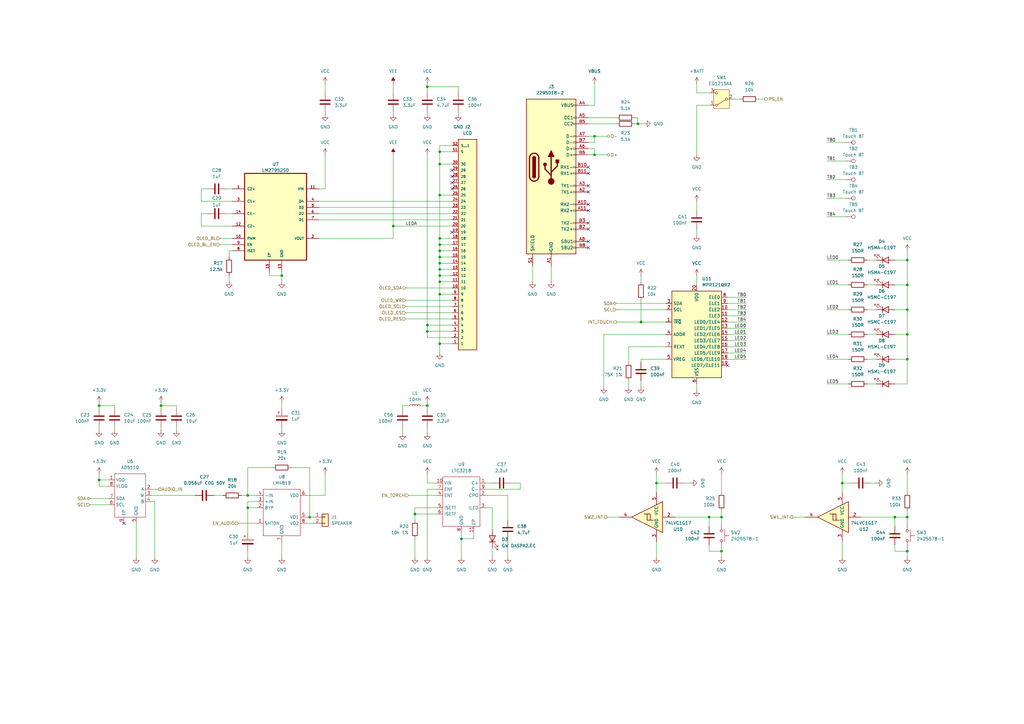
<source format=kicad_sch>
(kicad_sch (version 20231120) (generator "eeschema") (generator_version "8.0")
  (paper "A3")
  (title_block (title "CircuIT Card") (date "2024-05-21") (rev "01") (company "TuX's Design"))
  (junction (at 180.34 105.41))
  (junction (at 243.84 63.5))
  (junction (at 180.34 97.79))
  (junction (at 180.34 113.03))
  (junction (at 101.6 208.28))
  (junction (at 180.34 120.65))
  (junction (at 180.34 67.31))
  (junction (at 180.34 140.97))
  (junction (at 40.64 166.37))
  (junction (at 180.34 115.57))
  (junction (at 295.91 226.06))
  (junction (at 372.11 137.16))
  (junction (at 262.89 132.08))
  (junction (at 180.34 102.87))
  (junction (at 261.62 50.8))
  (junction (at 115.57 113.03))
  (junction (at 269.24 198.12))
  (junction (at 161.29 92.71))
  (junction (at 101.6 203.2))
  (junction (at 345.44 198.12))
  (junction (at 243.84 55.88))
  (junction (at 295.91 212.09))
  (junction (at 189.23 220.98))
  (junction (at 175.26 35.56))
  (junction (at 175.26 166.37))
  (junction (at 40.64 196.85))
  (junction (at 180.34 110.49))
  (junction (at 372.11 226.06))
  (junction (at 372.11 147.32))
  (junction (at 180.34 107.95))
  (junction (at 372.11 127))
  (junction (at 372.11 106.68))
  (junction (at 290.83 212.09))
  (junction (at 175.26 133.35))
  (junction (at 367.03 212.09))
  (junction (at 175.26 135.89))
  (junction (at 127 212.09))
  (junction (at 180.34 100.33))
  (junction (at 180.34 80.01))
  (junction (at 372.11 212.09))
  (junction (at 180.34 62.23))
  (junction (at 66.04 166.37))
  (junction (at 372.11 116.84))
  (junction (at 170.18 210.82))
  (no_connect (at 185.42 77.47))
  (no_connect (at 241.3 78.74))
  (no_connect (at 185.42 72.39))
  (no_connect (at 241.3 86.36))
  (no_connect (at 241.3 99.06))
  (no_connect (at 50.8 214.63))
  (no_connect (at 185.42 95.25))
  (no_connect (at 241.3 101.6))
  (no_connect (at 185.42 69.85))
  (no_connect (at 241.3 83.82))
  (no_connect (at 241.3 93.98))
  (no_connect (at 241.3 91.44))
  (no_connect (at 241.3 68.58))
  (no_connect (at 298.45 149.86))
  (no_connect (at 241.3 76.2))
  (no_connect (at 241.3 71.12))
  (no_connect (at 185.42 74.93))
  (wire (pts (xy 372.11 212.09) (xy 367.03 212.09)))
  (wire (pts (xy 290.83 226.06) (xy 295.91 226.06)))
  (wire (pts (xy 339.09 137.16) (xy 347.98 137.16)))
  (wire (pts (xy 295.91 212.09) (xy 290.83 212.09)))
  (wire (pts (xy 40.64 194.31) (xy 40.64 196.85)))
  (wire (pts (xy 339.09 127) (xy 347.98 127)))
  (wire (pts (xy 261.62 48.26) (xy 261.62 50.8)))
  (wire (pts (xy 125.73 214.63) (xy 128.27 214.63)))
  (wire (pts (xy 93.98 102.87) (xy 93.98 105.41)))
  (wire (pts (xy 115.57 165.1) (xy 115.57 167.64)))
  (wire (pts (xy 209.55 198.12) (xy 213.36 198.12)))
  (wire (pts (xy 165.1 177.8) (xy 165.1 175.26)))
  (wire (pts (xy 189.23 228.6) (xy 189.23 220.98)))
  (wire (pts (xy 355.6 157.48) (xy 359.41 157.48)))
  (wire (pts (xy 36.83 207.01) (xy 44.45 207.01)))
  (wire (pts (xy 82.55 82.55) (xy 82.55 77.47)))
  (wire (pts (xy 355.6 147.32) (xy 359.41 147.32)))
  (wire (pts (xy 241.3 50.8) (xy 252.73 50.8)))
  (wire (pts (xy 40.64 196.85) (xy 44.45 196.85)))
  (wire (pts (xy 269.24 198.12) (xy 269.24 201.93)))
  (wire (pts (xy 175.26 200.66) (xy 175.26 228.6)))
  (wire (pts (xy 260.35 48.26) (xy 261.62 48.26)))
  (wire (pts (xy 262.89 115.57) (xy 262.89 113.03)))
  (wire (pts (xy 180.34 120.65) (xy 180.34 140.97)))
  (wire (pts (xy 95.25 77.47) (xy 92.71 77.47)))
  (wire (pts (xy 180.34 140.97) (xy 180.34 144.78)))
  (wire (pts (xy 226.06 109.22) (xy 226.06 115.57)))
  (wire (pts (xy 175.26 166.37) (xy 175.26 167.64)))
  (wire (pts (xy 46.99 175.26) (xy 46.99 176.53)))
  (wire (pts (xy 180.34 105.41) (xy 185.42 105.41)))
  (wire (pts (xy 161.29 34.29) (xy 161.29 38.1)))
  (wire (pts (xy 355.6 116.84) (xy 359.41 116.84)))
  (wire (pts (xy 241.3 48.26) (xy 252.73 48.26)))
  (wire (pts (xy 180.34 110.49) (xy 185.42 110.49)))
  (wire (pts (xy 175.26 133.35) (xy 185.42 133.35)))
  (wire (pts (xy 355.6 127) (xy 359.41 127)))
  (wire (pts (xy 372.11 212.09) (xy 372.11 214.63)))
  (wire (pts (xy 40.64 166.37) (xy 40.64 167.64)))
  (wire (pts (xy 101.6 205.74) (xy 101.6 208.28)))
  (wire (pts (xy 243.84 60.96) (xy 243.84 63.5)))
  (wire (pts (xy 355.6 137.16) (xy 359.41 137.16)))
  (wire (pts (xy 110.49 113.03) (xy 115.57 113.03)))
  (wire (pts (xy 359.41 198.12) (xy 356.87 198.12)))
  (wire (pts (xy 161.29 46.99) (xy 161.29 45.72)))
  (wire (pts (xy 300.99 40.64) (xy 303.53 40.64)))
  (wire (pts (xy 355.6 106.68) (xy 359.41 106.68)))
  (wire (pts (xy 298.45 127) (xy 306.07 127)))
  (wire (pts (xy 295.91 224.79) (xy 295.91 226.06)))
  (wire (pts (xy 125.73 212.09) (xy 127 212.09)))
  (wire (pts (xy 87.63 203.2) (xy 91.44 203.2)))
  (wire (pts (xy 115.57 176.53) (xy 115.57 175.26)))
  (wire (pts (xy 367.03 106.68) (xy 372.11 106.68)))
  (wire (pts (xy 101.6 191.77) (xy 111.76 191.77)))
  (wire (pts (xy 269.24 228.6) (xy 269.24 222.25)))
  (wire (pts (xy 243.84 34.29) (xy 243.84 43.18)))
  (wire (pts (xy 95.25 82.55) (xy 82.55 82.55)))
  (wire (pts (xy 372.11 102.87) (xy 372.11 106.68)))
  (wire (pts (xy 92.71 87.63) (xy 95.25 87.63)))
  (wire (pts (xy 110.49 111.76) (xy 110.49 113.03)))
  (wire (pts (xy 213.36 200.66) (xy 199.39 200.66)))
  (wire (pts (xy 180.34 120.65) (xy 185.42 120.65)))
  (wire (pts (xy 46.99 166.37) (xy 46.99 167.64)))
  (wire (pts (xy 62.23 200.66) (xy 64.77 200.66)))
  (wire (pts (xy 295.91 209.55) (xy 295.91 212.09)))
  (wire (pts (xy 298.45 144.78) (xy 306.07 144.78)))
  (wire (pts (xy 367.03 157.48) (xy 372.11 157.48)))
  (wire (pts (xy 185.42 59.69) (xy 180.34 59.69)))
  (wire (pts (xy 115.57 228.6) (xy 115.57 222.25)))
  (wire (pts (xy 180.34 100.33) (xy 185.42 100.33)))
  (wire (pts (xy 36.83 204.47) (xy 44.45 204.47)))
  (wire (pts (xy 180.34 115.57) (xy 180.34 113.03)))
  (wire (pts (xy 241.3 43.18) (xy 243.84 43.18)))
  (wire (pts (xy 180.34 97.79) (xy 180.34 80.01)))
  (wire (pts (xy 262.89 147.32) (xy 262.89 148.59)))
  (wire (pts (xy 40.64 166.37) (xy 46.99 166.37)))
  (wire (pts (xy 62.23 205.74) (xy 63.5 205.74)))
  (wire (pts (xy 167.64 203.2) (xy 179.07 203.2)))
  (wire (pts (xy 130.81 87.63) (xy 185.42 87.63)))
  (wire (pts (xy 345.44 198.12) (xy 345.44 201.93)))
  (wire (pts (xy 372.11 226.06) (xy 372.11 228.6)))
  (wire (pts (xy 285.75 113.03) (xy 285.75 116.84)))
  (wire (pts (xy 133.35 34.29) (xy 133.35 38.1)))
  (wire (pts (xy 372.11 209.55) (xy 372.11 212.09)))
  (wire (pts (xy 115.57 113.03) (xy 115.57 115.57)))
  (wire (pts (xy 175.26 198.12) (xy 179.07 198.12)))
  (wire (pts (xy 180.34 97.79) (xy 185.42 97.79)))
  (wire (pts (xy 346.71 88.9) (xy 339.09 88.9)))
  (wire (pts (xy 175.26 165.1) (xy 175.26 166.37)))
  (wire (pts (xy 345.44 228.6) (xy 345.44 222.25)))
  (wire (pts (xy 339.09 116.84) (xy 347.98 116.84)))
  (wire (pts (xy 85.09 87.63) (xy 82.55 87.63)))
  (wire (pts (xy 93.98 115.57) (xy 93.98 113.03)))
  (wire (pts (xy 175.26 135.89) (xy 185.42 135.89)))
  (wire (pts (xy 345.44 194.31) (xy 345.44 198.12)))
  (wire (pts (xy 199.39 203.2) (xy 208.28 203.2)))
  (wire (pts (xy 97.79 214.63) (xy 105.41 214.63)))
  (wire (pts (xy 40.64 196.85) (xy 40.64 199.39)))
  (wire (pts (xy 82.55 92.71) (xy 95.25 92.71)))
  (wire (pts (xy 247.65 137.16) (xy 247.65 158.75)))
  (wire (pts (xy 90.17 97.79) (xy 95.25 97.79)))
  (wire (pts (xy 127 191.77) (xy 127 212.09)))
  (wire (pts (xy 298.45 139.7) (xy 306.07 139.7)))
  (wire (pts (xy 180.34 115.57) (xy 185.42 115.57)))
  (wire (pts (xy 90.17 100.33) (xy 95.25 100.33)))
  (wire (pts (xy 243.84 55.88) (xy 243.84 58.42)))
  (wire (pts (xy 252.73 124.46) (xy 273.05 124.46)))
  (wire (pts (xy 367.03 127) (xy 372.11 127)))
  (wire (pts (xy 105.41 208.28) (xy 101.6 208.28)))
  (wire (pts (xy 194.31 220.98) (xy 189.23 220.98)))
  (wire (pts (xy 187.96 46.99) (xy 187.96 45.72)))
  (wire (pts (xy 40.64 176.53) (xy 40.64 175.26)))
  (wire (pts (xy 372.11 127) (xy 372.11 137.16)))
  (wire (pts (xy 175.26 63.5) (xy 175.26 133.35)))
  (wire (pts (xy 372.11 106.68) (xy 372.11 116.84)))
  (wire (pts (xy 66.04 166.37) (xy 66.04 167.64)))
  (wire (pts (xy 166.37 125.73) (xy 185.42 125.73)))
  (wire (pts (xy 93.98 102.87) (xy 95.25 102.87)))
  (wire (pts (xy 175.26 194.31) (xy 175.26 198.12)))
  (wire (pts (xy 66.04 165.1) (xy 66.04 166.37)))
  (wire (pts (xy 262.89 156.21) (xy 262.89 158.75)))
  (wire (pts (xy 166.37 128.27) (xy 185.42 128.27)))
  (wire (pts (xy 40.64 199.39) (xy 44.45 199.39)))
  (wire (pts (xy 298.45 142.24) (xy 306.07 142.24)))
  (wire (pts (xy 175.26 135.89) (xy 175.26 138.43)))
  (wire (pts (xy 339.09 157.48) (xy 347.98 157.48)))
  (wire (pts (xy 175.26 46.99) (xy 175.26 45.72)))
  (wire (pts (xy 180.34 110.49) (xy 180.34 107.95)))
  (wire (pts (xy 285.75 93.98) (xy 285.75 96.52)))
  (wire (pts (xy 285.75 38.1) (xy 290.83 38.1)))
  (wire (pts (xy 298.45 124.46) (xy 306.07 124.46)))
  (wire (pts (xy 62.23 203.2) (xy 80.01 203.2)))
  (wire (pts (xy 99.06 203.2) (xy 101.6 203.2)))
  (wire (pts (xy 213.36 198.12) (xy 213.36 200.66)))
  (wire (pts (xy 241.3 55.88) (xy 243.84 55.88)))
  (wire (pts (xy 243.84 55.88) (xy 248.92 55.88)))
  (wire (pts (xy 372.11 157.48) (xy 372.11 147.32)))
  (wire (pts (xy 175.26 35.56) (xy 175.26 38.1)))
  (wire (pts (xy 269.24 198.12) (xy 273.05 198.12)))
  (wire (pts (xy 170.18 208.28) (xy 179.07 208.28)))
  (wire (pts (xy 283.21 198.12) (xy 280.67 198.12)))
  (wire (pts (xy 261.62 50.8) (xy 264.16 50.8)))
  (wire (pts (xy 179.07 200.66) (xy 175.26 200.66)))
  (wire (pts (xy 372.11 116.84) (xy 372.11 127)))
  (wire (pts (xy 82.55 87.63) (xy 82.55 92.71)))
  (wire (pts (xy 372.11 224.79) (xy 372.11 226.06)))
  (wire (pts (xy 285.75 63.5) (xy 285.75 43.18)))
  (wire (pts (xy 199.39 198.12) (xy 201.93 198.12)))
  (wire (pts (xy 180.34 113.03) (xy 180.34 110.49)))
  (wire (pts (xy 252.73 127) (xy 273.05 127)))
  (wire (pts (xy 175.26 133.35) (xy 175.26 135.89)))
  (wire (pts (xy 130.81 82.55) (xy 185.42 82.55)))
  (wire (pts (xy 257.81 156.21) (xy 257.81 158.75)))
  (wire (pts (xy 243.84 63.5) (xy 248.92 63.5)))
  (wire (pts (xy 72.39 175.26) (xy 72.39 176.53)))
  (wire (pts (xy 55.88 228.6) (xy 55.88 214.63)))
  (wire (pts (xy 311.15 40.64) (xy 313.69 40.64)))
  (wire (pts (xy 165.1 167.64) (xy 165.1 166.37)))
  (wire (pts (xy 82.55 77.47) (xy 85.09 77.47)))
  (wire (pts (xy 187.96 35.56) (xy 187.96 38.1)))
  (wire (pts (xy 367.03 116.84) (xy 372.11 116.84)))
  (wire (pts (xy 367.03 226.06) (xy 372.11 226.06)))
  (wire (pts (xy 170.18 220.98) (xy 170.18 228.6)))
  (wire (pts (xy 346.71 73.66) (xy 339.09 73.66)))
  (wire (pts (xy 201.93 228.6) (xy 201.93 224.79)))
  (wire (pts (xy 63.5 205.74) (xy 63.5 228.6)))
  (wire (pts (xy 180.34 102.87) (xy 185.42 102.87)))
  (wire (pts (xy 298.45 132.08) (xy 306.07 132.08)))
  (wire (pts (xy 298.45 137.16) (xy 306.07 137.16)))
  (wire (pts (xy 172.72 166.37) (xy 175.26 166.37)))
  (wire (pts (xy 248.92 212.09) (xy 254 212.09)))
  (wire (pts (xy 101.6 203.2) (xy 105.41 203.2)))
  (wire (pts (xy 189.23 220.98) (xy 189.23 218.44)))
  (wire (pts (xy 285.75 43.18) (xy 290.83 43.18)))
  (wire (pts (xy 201.93 208.28) (xy 201.93 217.17)))
  (wire (pts (xy 166.37 123.19) (xy 185.42 123.19)))
  (wire (pts (xy 161.29 92.71) (xy 185.42 92.71)))
  (wire (pts (xy 179.07 210.82) (xy 170.18 210.82)))
  (wire (pts (xy 166.37 118.11) (xy 185.42 118.11)))
  (wire (pts (xy 130.81 97.79) (xy 161.29 97.79)))
  (wire (pts (xy 130.81 85.09) (xy 185.42 85.09)))
  (wire (pts (xy 367.03 137.16) (xy 372.11 137.16)))
  (wire (pts (xy 285.75 82.55) (xy 285.75 86.36)))
  (wire (pts (xy 243.84 63.5) (xy 241.3 63.5)))
  (wire (pts (xy 208.28 228.6) (xy 208.28 220.98)))
  (wire (pts (xy 273.05 147.32) (xy 262.89 147.32)))
  (wire (pts (xy 298.45 129.54) (xy 306.07 129.54)))
  (wire (pts (xy 133.35 46.99) (xy 133.35 45.72)))
  (wire (pts (xy 130.81 77.47) (xy 133.35 77.47)))
  (wire (pts (xy 180.34 140.97) (xy 185.42 140.97)))
  (wire (pts (xy 339.09 147.32) (xy 347.98 147.32)))
  (wire (pts (xy 40.64 165.1) (xy 40.64 166.37)))
  (wire (pts (xy 346.71 66.04) (xy 339.09 66.04)))
  (wire (pts (xy 180.34 100.33) (xy 180.34 97.79)))
  (wire (pts (xy 325.12 212.09) (xy 330.2 212.09)))
  (wire (pts (xy 262.89 132.08) (xy 273.05 132.08)))
  (wire (pts (xy 119.38 191.77) (xy 127 191.77)))
  (wire (pts (xy 208.28 203.2) (xy 208.28 213.36)))
  (wire (pts (xy 367.03 223.52) (xy 367.03 226.06)))
  (wire (pts (xy 290.83 212.09) (xy 290.83 215.9)))
  (wire (pts (xy 175.26 177.8) (xy 175.26 175.26)))
  (wire (pts (xy 66.04 176.53) (xy 66.04 175.26)))
  (wire (pts (xy 115.57 113.03) (xy 115.57 111.76)))
  (wire (pts (xy 101.6 203.2) (xy 101.6 191.77)))
  (wire (pts (xy 175.26 35.56) (xy 187.96 35.56)))
  (wire (pts (xy 252.73 132.08) (xy 262.89 132.08)))
  (wire (pts (xy 295.91 212.09) (xy 295.91 214.63)))
  (wire (pts (xy 175.26 34.29) (xy 175.26 35.56)))
  (wire (pts (xy 161.29 97.79) (xy 161.29 92.71)))
  (wire (pts (xy 194.31 218.44) (xy 194.31 220.98)))
  (wire (pts (xy 372.11 194.31) (xy 372.11 201.93)))
  (wire (pts (xy 367.03 212.09) (xy 367.03 215.9)))
  (wire (pts (xy 180.34 80.01) (xy 185.42 80.01)))
  (wire (pts (xy 346.71 58.42) (xy 339.09 58.42)))
  (wire (pts (xy 257.81 142.24) (xy 257.81 148.59)))
  (wire (pts (xy 295.91 226.06) (xy 295.91 228.6)))
  (wire (pts (xy 290.83 223.52) (xy 290.83 226.06)))
  (wire (pts (xy 298.45 134.62) (xy 306.07 134.62)))
  (wire (pts (xy 298.45 121.92) (xy 306.07 121.92)))
  (wire (pts (xy 199.39 208.28) (xy 201.93 208.28)))
  (wire (pts (xy 218.44 109.22) (xy 218.44 115.57)))
  (wire (pts (xy 101.6 208.28) (xy 101.6 218.44)))
  (wire (pts (xy 298.45 147.32) (xy 306.07 147.32)))
  (wire (pts (xy 285.75 157.48) (xy 285.75 160.02)))
  (wire (pts (xy 180.34 107.95) (xy 180.34 105.41)))
  (wire (pts (xy 285.75 34.29) (xy 285.75 38.1)))
  (wire (pts (xy 185.42 62.23) (xy 180.34 62.23)))
  (wire (pts (xy 257.81 142.24) (xy 273.05 142.24)))
  (wire (pts (xy 180.34 120.65) (xy 180.34 115.57)))
  (wire (pts (xy 72.39 166.37) (xy 72.39 167.64)))
  (wire (pts (xy 295.91 194.31) (xy 295.91 201.93)))
  (wire (pts (xy 247.65 137.16) (xy 273.05 137.16)))
  (wire (pts (xy 165.1 166.37) (xy 167.64 166.37)))
  (wire (pts (xy 101.6 228.6) (xy 101.6 226.06)))
  (wire (pts (xy 367.03 147.32) (xy 372.11 147.32)))
  (wire (pts (xy 180.34 102.87) (xy 180.34 100.33)))
  (wire (pts (xy 133.35 203.2) (xy 125.73 203.2)))
  (wire (pts (xy 346.71 81.28) (xy 339.09 81.28)))
  (wire (pts (xy 180.34 80.01) (xy 180.34 67.31)))
  (wire (pts (xy 262.89 123.19) (xy 262.89 132.08)))
  (wire (pts (xy 345.44 198.12) (xy 349.25 198.12)))
  (wire (pts (xy 185.42 138.43) (xy 175.26 138.43)))
  (wire (pts (xy 269.24 194.31) (xy 269.24 198.12)))
  (wire (pts (xy 180.34 62.23) (xy 180.34 67.31)))
  (wire (pts (xy 170.18 210.82) (xy 170.18 208.28)))
  (wire (pts (xy 166.37 130.81) (xy 185.42 130.81)))
  (wire (pts (xy 127 212.09) (xy 128.27 212.09)))
  (wire (pts (xy 130.81 90.17) (xy 185.42 90.17)))
  (wire (pts (xy 339.09 106.68) (xy 347.98 106.68)))
  (wire (pts (xy 133.35 194.31) (xy 133.35 203.2)))
  (wire (pts (xy 372.11 147.32) (xy 372.11 137.16)))
  (wire (pts (xy 180.34 105.41) (xy 180.34 102.87)))
  (wire (pts (xy 241.3 60.96) (xy 243.84 60.96)))
  (wire (pts (xy 180.34 67.31) (xy 185.42 67.31)))
  (wire (pts (xy 261.62 50.8) (xy 260.35 50.8)))
  (wire (pts (xy 180.34 107.95) (xy 185.42 107.95)))
  (wire (pts (xy 105.41 205.74) (xy 101.6 205.74)))
  (wire (pts (xy 161.29 63.5) (xy 161.29 92.71)))
  (wire (pts (xy 66.04 166.37) (xy 72.39 166.37)))
  (wire (pts (xy 276.86 212.09) (xy 290.83 212.09)))
  (wire (pts (xy 133.35 63.5) (xy 133.35 77.47)))
  (wire (pts (xy 180.34 59.69) (xy 180.34 62.23)))
  (wire (pts (xy 353.06 212.09) (xy 367.03 212.09)))
  (wire (pts (xy 180.34 113.03) (xy 185.42 113.03)))
  (wire (pts (xy 170.18 210.82) (xy 170.18 213.36)))
  (wire (pts (xy 241.3 58.42) (xy 243.84 58.42)))
  (label "TB2" (at 306.07 127 180))
  (label "TB1" (at 306.07 124.46 180))
  (label "LED5" (at 306.07 147.32 180))
  (label "TB3" (at 306.07 129.54 180))
  (label "LED0" (at 339.09 106.68 0))
  (label "LED4" (at 339.09 147.32 0))
  (label "LED5" (at 339.09 157.48 0))
  (label "LED2" (at 306.07 139.7 180))
  (label "TB3" (at 339.09 81.28 0))
  (label "LED3" (at 339.09 137.16 0))
  (label "LED0" (at 306.07 134.62 180))
  (label "TB2" (at 339.09 73.66 0))
  (label "LED3" (at 306.07 142.24 180))
  (label "TB4" (at 306.07 132.08 180))
  (label "LED2" (at 339.09 127 0))
  (label "TB0" (at 306.07 121.92 180))
  (label "TB0" (at 339.09 58.42 0))
  (label "LED1" (at 306.07 137.16 180))
  (label "TB1" (at 339.09 66.04 0))
  (label "LED4" (at 306.07 144.78 180))
  (label "TB4" (at 339.09 88.9 0))
  (label "LEDA" (at 166.37 92.71 0))
  (label "LED1" (at 339.09 116.84 0))
  (hierarchical_label "D+" (shape bidirectional) (at 248.92 63.5 0))
  (hierarchical_label "EN_AUDIO" (shape input) (at 97.79 214.63 180))
  (hierarchical_label "OLED_WR" (shape input) (at 166.37 123.19 180))
  (hierarchical_label "SCL" (shape input) (at 252.73 127 180))
  (hierarchical_label "AUDIO_IN" (shape input) (at 64.77 200.66 0))
  (hierarchical_label "D-" (shape bidirectional) (at 248.92 55.88 0))
  (hierarchical_label "SDA" (shape bidirectional) (at 252.73 124.46 180))
  (hierarchical_label "INT_TOUCH" (shape output) (at 252.73 132.08 180))
  (hierarchical_label "EN_TORCH" (shape input) (at 167.64 203.2 180))
  (hierarchical_label "SCL" (shape input) (at 36.83 207.01 180))
  (hierarchical_label "OLED_SCL" (shape input) (at 166.37 125.73 180))
  (hierarchical_label "OLED_BL" (shape input) (at 90.17 97.79 180))
  (hierarchical_label "SDA" (shape bidirectional) (at 36.83 204.47 180))
  (hierarchical_label "OLED_BL_EN" (shape input) (at 90.17 100.33 180))
  (hierarchical_label "OLED_SDA" (shape bidirectional) (at 166.37 118.11 180))
  (hierarchical_label "SW1_INT" (shape output) (at 325.12 212.09 180))
  (hierarchical_label "PS_EN" (shape output) (at 313.69 40.64 0))
  (hierarchical_label "OLED_RES" (shape input) (at 166.37 130.81 180))
  (hierarchical_label "SW2_INT" (shape output) (at 248.92 212.09 180))
  (hierarchical_label "OLED_CS" (shape input) (at 166.37 128.27 180))
  (symbol (lib_id "Device:LED") (at 363.22 116.84 0) (mirror x) (unit 1)
    (property "Reference" "D5" (at 361.6325 109.22 0))
    (property "Value" "HSMA-C197" (at 361.6325 111.76 0))
    (property "Footprint" "LED_SMD:LED_0603_1608Metric" (effects (hide yes)))
    (property "Description" "Light emitting diode" (effects (hide yes)))
  )
  (symbol (lib_id "power:VCC") (at 372.11 194.31 0) (unit 1)
    (property "Reference" "#PWR0124" (effects (hide yes)))
    (property "Value" "VCC" (at 372.11 189.23 0))
    (property "Description" "Power symbol creates a global label with name \"VCC\"" (effects (hide yes)))
  )
  (symbol (lib_id "power:GND") (at 175.26 228.6 0) (mirror y) (unit 1)
    (property "Reference" "#PWR095" (effects (hide yes)))
    (property "Value" "GND" (at 175.26 233.68 0))
    (property "Description" "Power symbol creates a global label with name \"GND\" , ground" (effects (hide yes)))
  )
  (symbol (lib_id "Device:C_Polarized") (at 101.6 222.25 0) (unit 1)
    (property "Reference" "C30" (at 97.79 220.0909 0) (effects (justify right)))
    (property "Value" "1uF" (at 97.79 222.6309 0) (effects (justify right)))
    (property "Footprint" "Capacitor_SMD:C_0603_1608Metric" (effects (hide yes)))
    (property "Description" "Polarized capacitor" (effects (hide yes)))
    (property "MPN" "TACL105K016RTA" (effects (hide yes)))
    (property "Manufacturer" "AVX" (effects (hide yes)))
  )
  (symbol (lib_id "Device:LED") (at 363.22 127 0) (mirror x) (unit 1)
    (property "Reference" "D6" (at 361.6325 119.38 0))
    (property "Value" "HSMC-C197" (at 361.6325 121.92 0))
    (property "Footprint" "LED_SMD:LED_0603_1608Metric" (effects (hide yes)))
    (property "Description" "Light emitting diode" (effects (hide yes)))
  )
  (symbol (lib_id "Device:R") (at 95.25 203.2 270) (unit 1)
    (property "Reference" "R18" (at 95.25 196.85 90))
    (property "Value" "20k" (at 95.25 199.39 90))
    (property "Footprint" "Resistor_SMD:R_0603_1608Metric" (effects (hide yes)))
    (property "Description" "Resistor" (effects (hide yes)))
  )
  (symbol (lib_id "Device:R") (at 351.79 137.16 90) (mirror x) (unit 1)
    (property "Reference" "R30" (at 351.79 130.81 90))
    (property "Value" "150R" (at 351.79 133.35 90))
    (property "Footprint" "Resistor_SMD:R_0603_1608Metric" (effects (hide yes)))
    (property "Description" "Resistor" (effects (hide yes)))
  )
  (symbol (lib_id "Device:C") (at 66.04 171.45 0) (unit 1)
    (property "Reference" "C25" (at 62.23 170.1799 0) (effects (justify right)))
    (property "Value" "100nF" (at 62.23 172.7199 0) (effects (justify right)))
    (property "Footprint" "Capacitor_SMD:C_0603_1608Metric" (effects (hide yes)))
    (property "Description" "Unpolarized capacitor" (effects (hide yes)))
  )
  (symbol (lib_id "Device:C") (at 262.89 152.4 0) (mirror y) (unit 1)
    (property "Reference" "C39" (at 266.7 151.1299 0) (effects (justify right)))
    (property "Value" "100nF" (at 266.7 153.6699 0) (effects (justify right)))
    (property "Footprint" "Capacitor_SMD:C_0603_1608Metric" (effects (hide yes)))
    (property "Datasheet" "Capacitor_SMD:C_0603_1608Metric" (effects (hide yes)))
    (property "Description" "Unpolarized capacitor" (effects (hide yes)))
  )
  (symbol (lib_id "Device:R") (at 351.79 127 90) (mirror x) (unit 1)
    (property "Reference" "R29" (at 351.79 120.65 90))
    (property "Value" "150R" (at 351.79 123.19 90))
    (property "Footprint" "Resistor_SMD:R_0603_1608Metric" (effects (hide yes)))
    (property "Description" "Resistor" (effects (hide yes)))
  )
  (symbol (lib_id "power:GND") (at 257.81 158.75 0) (mirror y) (unit 1)
    (property "Reference" "#PWR0105" (effects (hide yes)))
    (property "Value" "GND" (at 257.81 163.83 0))
    (property "Description" "Power symbol creates a global label with name \"GND\" , ground" (effects (hide yes)))
  )
  (symbol (lib_id "Device:R") (at 351.79 116.84 90) (mirror x) (unit 1)
    (property "Reference" "R28" (at 351.79 110.49 90))
    (property "Value" "150R" (at 351.79 113.03 90))
    (property "Footprint" "Resistor_SMD:R_0603_1608Metric" (effects (hide yes)))
    (property "Description" "Resistor" (effects (hide yes)))
  )
  (symbol (lib_id "Device:LED") (at 363.22 106.68 0) (mirror x) (unit 1)
    (property "Reference" "D4" (at 361.6325 99.06 0))
    (property "Value" "HSMA-C197" (at 361.6325 101.6 0))
    (property "Footprint" "LED_SMD:LED_0603_1608Metric" (effects (hide yes)))
    (property "Description" "Light emitting diode" (effects (hide yes)))
  )
  (symbol (lib_id "power:GND") (at 285.75 160.02 0) (mirror y) (unit 1)
    (property "Reference" "#PWR0117" (effects (hide yes)))
    (property "Value" "GND" (at 285.75 165.1 0))
    (property "Description" "Power symbol creates a global label with name \"GND\" , ground" (effects (hide yes)))
  )
  (symbol (lib_id "power:+3.3V") (at 40.64 165.1 0) (unit 1)
    (property "Reference" "#PWR066" (effects (hide yes)))
    (property "Value" "+3.3V" (at 40.64 160.02 0))
    (property "Description" "Power symbol creates a global label with name \"+3.3V\"" (effects (hide yes)))
  )
  (symbol (lib_id "power:GND") (at 262.89 158.75 0) (mirror y) (unit 1)
    (property "Reference" "#PWR0107" (effects (hide yes)))
    (property "Value" "GND" (at 262.89 163.83 0))
    (property "Description" "Power symbol creates a global label with name \"GND\" , ground" (effects (hide yes)))
  )
  (symbol (lib_id "myCC:LM27952SD") (at 113.03 87.63 0) (mirror y) (unit 1)
    (property "Reference" "U7" (at 113.03 67.31 0))
    (property "Value" "LM27952SD" (at 113.03 69.85 0))
    (property "Footprint" "LM27952SD:DFN300X400X80-15N" (effects (hide yes)))
    (property "Manufacturer" "Texas Instruments" (effects (hide yes)))
    (property "MPN" "LM27952SD/NOPB" (effects (hide yes)))
  )
  (symbol (lib_id "power:+BATT") (at 285.75 34.29 0) (unit 1)
    (property "Reference" "#PWR0112" (effects (hide yes)))
    (property "Value" "+BATT" (at 285.75 29.21 0))
    (property "Description" "Power symbol creates a global label with name \"+BATT\"" (effects (hide yes)))
  )
  (symbol (lib_id "myCC:AD5110") (at 53.34 203.2 0) (mirror y) (unit 1)
    (property "Reference" "U6" (at 53.34 189.23 0))
    (property "Value" "AD5110" (at 53.34 191.77 0))
    (property "Footprint" "Package_CSP:LFCSP-8_2x2mm_P0.5mm" (effects (hide yes)))
  )
  (symbol (lib_id "Device:R") (at 351.79 147.32 90) (mirror x) (unit 1)
    (property "Reference" "R31" (at 351.79 140.97 90))
    (property "Value" "150R" (at 351.79 143.51 90))
    (property "Footprint" "Resistor_SMD:R_0603_1608Metric" (effects (hide yes)))
    (property "Description" "Resistor" (effects (hide yes)))
  )
  (symbol (lib_id "Device:LED") (at 363.22 147.32 0) (mirror x) (unit 1)
    (property "Reference" "D8" (at 361.6325 139.7 0))
    (property "Value" "HSML-C197" (at 361.6325 142.24 0))
    (property "Footprint" "LED_SMD:LED_0603_1608Metric" (effects (hide yes)))
    (property "Description" "Light emitting diode" (effects (hide yes)))
  )
  (symbol (lib_id "Device:LED") (at 363.22 137.16 0) (mirror x) (unit 1)
    (property "Reference" "D7" (at 361.6325 129.54 0))
    (property "Value" "HSMC-C197" (at 361.6325 132.08 0))
    (property "Footprint" "LED_SMD:LED_0603_1608Metric" (effects (hide yes)))
    (property "Description" "Light emitting diode" (effects (hide yes)))
  )
  (symbol (lib_id "power:VEE") (at 161.29 63.5 0) (unit 1)
    (property "Reference" "#PWR087" (effects (hide yes)))
    (property "Value" "VEE" (at 161.29 58.42 0))
    (property "Description" "Power symbol creates a global label with name \"VEE\"" (effects (hide yes)))
  )
  (symbol (lib_id "Device:C") (at 161.29 41.91 180) (unit 1)
    (property "Reference" "C33" (at 165.1 40.6399 0) (effects (justify right)))
    (property "Value" "3.3uF" (at 165.1 43.1799 0) (effects (justify right)))
    (property "Footprint" "Capacitor_SMD:C_0603_1608Metric" (effects (hide yes)))
    (property "Description" "Unpolarized capacitor" (effects (hide yes)))
    (property "MPN" "CGA3E3X5R0J335K080AB" (effects (hide yes)))
    (property "Manufacturer" "TDK" (effects (hide yes)))
  )
  (symbol (lib_id "myCC:3-1734839-0") (at 193.04 102.87 0) (mirror x) (unit 1)
    (property "Reference" "J2" (at 191.77 52.07 0))
    (property "Value" "LCD" (at 191.77 54.61 0))
    (property "Footprint" "myCC:TE_3-1734839-0" (effects (hide yes)))
    (property "Description" "MANUFACTURER RECOMMENDATION" (effects (hide yes)))
    (property "PARTREVISION" "C" (effects (hide yes)))
    (property "MANUFACTURER" "TE CONNECTIVITY" (effects (hide yes)))
  )
  (symbol (lib_id "Device:C") (at 276.86 198.12 90) (unit 1)
    (property "Reference" "C40" (at 276.86 190.5 90))
    (property "Value" "100nF" (at 276.86 193.04 90))
    (property "Footprint" "Capacitor_SMD:C_0603_1608Metric" (effects (hide yes)))
    (property "Datasheet" "Capacitor_SMD:C_0603_1608Metric" (effects (hide yes)))
    (property "Description" "Unpolarized capacitor" (effects (hide yes)))
  )
  (symbol (lib_id "Device:R") (at 351.79 157.48 90) (mirror x) (unit 1)
    (property "Reference" "R32" (at 351.79 151.13 90))
    (property "Value" "150R" (at 351.79 153.67 90))
    (property "Footprint" "Resistor_SMD:R_0603_1608Metric" (effects (hide yes)))
    (property "Description" "Resistor" (effects (hide yes)))
  )
  (symbol (lib_id "power:+3.3V") (at 133.35 194.31 0) (unit 1)
    (property "Reference" "#PWR084" (effects (hide yes)))
    (property "Value" "+3.3V" (at 133.35 189.23 0))
    (property "Description" "Power symbol creates a global label with name \"+3.3V\"" (effects (hide yes)))
  )
  (symbol (lib_id "Device:C_Polarized") (at 115.57 171.45 0) (unit 1)
    (property "Reference" "C31" (at 119.38 169.2909 0) (effects (justify left)))
    (property "Value" "1uF" (at 119.38 171.8309 0) (effects (justify left)))
    (property "Footprint" "Capacitor_SMD:C_0603_1608Metric" (effects (hide yes)))
    (property "Description" "Polarized capacitor" (effects (hide yes)))
    (property "MPN" "TACL105K016RTA" (effects (hide yes)))
    (property "Manufacturer" "AVX" (effects (hide yes)))
  )
  (symbol (lib_id "power:GND") (at 175.26 177.8 0) (mirror y) (unit 1)
    (property "Reference" "#PWR093" (effects (hide yes)))
    (property "Value" "GND" (at 175.26 182.88 0))
    (property "Description" "Power symbol creates a global label with name \"GND\" , ground" (effects (hide yes)))
  )
  (symbol (lib_id "Connector:TestPoint") (at 346.71 88.9 270) (mirror x) (unit 1)
    (property "Reference" "TB5" (at 350.012 83.82 90))
    (property "Value" "Touch BT" (at 350.012 86.36 90))
    (property "Footprint" "myCC:TOUCH_BT" (effects (hide yes)))
    (property "Description" "test point" (effects (hide yes)))
  )
  (symbol (lib_id "power:GND") (at 180.34 144.78 0) (unit 1)
    (property "Reference" "#PWR096" (effects (hide yes)))
    (property "Value" "GND" (at 180.34 149.86 0))
    (property "Description" "Power symbol creates a global label with name \"GND\" , ground" (effects (hide yes)))
  )
  (symbol (lib_id "power:GND") (at 40.64 176.53 0) (mirror y) (unit 1)
    (property "Reference" "#PWR067" (effects (hide yes)))
    (property "Value" "GND" (at 40.64 181.61 0))
    (property "Description" "Power symbol creates a global label with name \"GND\" , ground" (effects (hide yes)))
  )
  (symbol (lib_id "power:GND") (at 93.98 115.57 0) (unit 1)
    (property "Reference" "#PWR075" (effects (hide yes)))
    (property "Value" "GND" (at 93.98 120.65 0))
    (property "Description" "Power symbol creates a global label with name \"GND\" , ground" (effects (hide yes)))
  )
  (symbol (lib_id "Device:C") (at 205.74 198.12 270) (unit 1)
    (property "Reference" "C37" (at 205.74 190.5 90))
    (property "Value" "2.2uF" (at 205.74 193.04 90))
    (property "Footprint" "Capacitor_SMD:C_0603_1608Metric" (effects (hide yes)))
    (property "Description" "Unpolarized capacitor" (effects (hide yes)))
  )
  (symbol (lib_id "power:GND") (at 46.99 176.53 0) (mirror y) (unit 1)
    (property "Reference" "#PWR068" (effects (hide yes)))
    (property "Value" "GND" (at 46.99 181.61 0))
    (property "Description" "Power symbol creates a global label with name \"GND\" , ground" (effects (hide yes)))
  )
  (symbol (lib_id "power:GND") (at 165.1 177.8 0) (mirror y) (unit 1)
    (property "Reference" "#PWR0166" (effects (hide yes)))
    (property "Value" "GND" (at 165.1 182.88 0))
    (property "Description" "Power symbol creates a global label with name \"GND\" , ground" (effects (hide yes)))
  )
  (symbol (lib_id "power:GND") (at 285.75 63.5 0) (unit 1)
    (property "Reference" "#PWR0113" (effects (hide yes)))
    (property "Value" "GND" (at 285.75 68.58 0))
    (property "Description" "Power symbol creates a global label with name \"GND\" , ground" (effects (hide yes)))
  )
  (symbol (lib_id "power:GND") (at 285.75 96.52 0) (mirror y) (unit 1)
    (property "Reference" "#PWR0115" (effects (hide yes)))
    (property "Value" "GND" (at 285.75 101.6 0))
    (property "Description" "Power symbol creates a global label with name \"GND\" , ground" (effects (hide yes)))
  )
  (symbol (lib_id "Device:C") (at 83.82 203.2 90) (unit 1)
    (property "Reference" "C27" (at 83.82 195.58 90))
    (property "Value" "0.056uF C0G 50V" (at 83.82 198.12 90))
    (property "Footprint" "Capacitor_SMD:C_1206_3216Metric" (effects (hide yes)))
    (property "Description" "Unpolarized capacitor" (effects (hide yes)))
    (property "MPN" "GRM31C5C1H563JA01L" (effects (hide yes)))
    (property "Manufacturer" "Murata" (effects (hide yes)))
  )
  (symbol (lib_id "Connector_Generic:Conn_01x02") (at 133.35 212.09 0) (unit 1)
    (property "Reference" "J1" (at 135.89 212.0899 0) (effects (justify left)))
    (property "Value" "SPEAKER" (at 135.89 214.6299 0) (effects (justify left)))
    (property "Footprint" "Connector_Molex:Molex_CLIK-Mate_502386-0270_1x02-1MP_P1.25mm_Horizontal" (effects (hide yes)))
    (property "Description" "Generic connector, single row, 01x02, script generated (kicad-library-utils/schlib/autogen/connector/)" (effects (hide yes)))
  )
  (symbol (lib_id "Device:C") (at 88.9 77.47 270) (mirror x) (unit 1)
    (property "Reference" "C28" (at 88.9 69.85 90))
    (property "Value" "1uF" (at 88.9 72.39 90))
    (property "Footprint" "Capacitor_SMD:C_0603_1608Metric" (effects (hide yes)))
    (property "Description" "Unpolarized capacitor" (effects (hide yes)))
    (property "MPN" "C1608X7R1A105K" (effects (hide yes)))
    (property "Manufacturer" "TDK" (effects (hide yes)))
  )
  (symbol (lib_id "power:VCC") (at 269.24 194.31 0) (unit 1)
    (property "Reference" "#PWR0109" (effects (hide yes)))
    (property "Value" "VCC" (at 269.24 189.23 0))
    (property "Description" "Power symbol creates a global label with name \"VCC\"" (effects (hide yes)))
  )
  (symbol (lib_id "Device:C") (at 46.99 171.45 0) (unit 1)
    (property "Reference" "C24" (at 50.8 170.1799 0) (effects (justify left)))
    (property "Value" "10uF" (at 50.8 172.7199 0) (effects (justify left)))
    (property "Footprint" "Capacitor_SMD:C_0805_2012Metric" (effects (hide yes)))
    (property "Description" "Unpolarized capacitor" (effects (hide yes)))
  )
  (symbol (lib_id "Connector:USB_C_Receptacle") (at 226.06 68.58 0) (unit 1)
    (property "Reference" "J3" (at 226.06 35.56 0))
    (property "Value" "2295018-2 " (at 226.06 38.1 0))
    (property "Footprint" "myCC:TE_2295018-2 " (effects (hide yes)))
    (property "Datasheet" "https://www.usb.org/sites/default/files/documents/usb_type-c.zip" (effects (hide yes)))
    (property "Description" "USB Full-Featured Type-C Receptacle connector" (effects (hide yes)))
    (property "MPN" "2295018-2 " (effects (hide yes)))
    (property "Manufacturer" "TE" (effects (hide yes)))
  )
  (symbol (lib_id "power:GND") (at 372.11 228.6 0) (mirror y) (unit 1)
    (property "Reference" "#PWR0125" (effects (hide yes)))
    (property "Value" "GND" (at 372.11 233.68 0))
    (property "Description" "Power symbol creates a global label with name \"GND\" , ground" (effects (hide yes)))
  )
  (symbol (lib_id "power:GND") (at 72.39 176.53 0) (mirror y) (unit 1)
    (property "Reference" "#PWR074" (effects (hide yes)))
    (property "Value" "GND" (at 72.39 181.61 0))
    (property "Description" "Power symbol creates a global label with name \"GND\" , ground" (effects (hide yes)))
  )
  (symbol (lib_id "Device:LED") (at 363.22 157.48 0) (mirror x) (unit 1)
    (property "Reference" "D9" (at 361.6325 149.86 0))
    (property "Value" "HSML-C197" (at 361.6325 152.4 0))
    (property "Footprint" "LED_SMD:LED_0603_1608Metric" (effects (hide yes)))
    (property "Description" "Light emitting diode" (effects (hide yes)))
  )
  (symbol (lib_id "power:GND") (at 295.91 228.6 0) (mirror y) (unit 1)
    (property "Reference" "#PWR0119" (effects (hide yes)))
    (property "Value" "GND" (at 295.91 233.68 0))
    (property "Description" "Power symbol creates a global label with name \"GND\" , ground" (effects (hide yes)))
  )
  (symbol (lib_id "power:GND") (at 201.93 228.6 0) (mirror y) (unit 1)
    (property "Reference" "#PWR099" (effects (hide yes)))
    (property "Value" "GND" (at 201.93 233.68 0))
    (property "Description" "Power symbol creates a global label with name \"GND\" , ground" (effects (hide yes)))
  )
  (symbol (lib_id "Device:R") (at 93.98 109.22 0) (mirror x) (unit 1)
    (property "Reference" "R17" (at 91.44 107.9499 0) (effects (justify right)))
    (property "Value" "12.5k" (at 91.44 110.4899 0) (effects (justify right)))
    (property "Footprint" "Resistor_SMD:R_0603_1608Metric" (effects (hide yes)))
    (property "Description" "Resistor" (effects (hide yes)))
  )
  (symbol (lib_id "power:VCC") (at 262.89 113.03 0) (mirror y) (unit 1)
    (property "Reference" "#PWR0106" (effects (hide yes)))
    (property "Value" "VCC" (at 262.89 107.95 0))
    (property "Description" "Power symbol creates a global label with name \"VCC\"" (effects (hide yes)))
  )
  (symbol (lib_id "Connector:TestPoint") (at 346.71 81.28 270) (mirror x) (unit 1)
    (property "Reference" "TB4" (at 350.012 76.2 90))
    (property "Value" "Touch BT" (at 350.012 78.74 90))
    (property "Footprint" "myCC:TOUCH_BT" (effects (hide yes)))
    (property "Description" "test point" (effects (hide yes)))
  )
  (symbol (lib_id "power:GND") (at 283.21 198.12 90) (unit 1)
    (property "Reference" "#PWR0111" (effects (hide yes)))
    (property "Value" "GND" (at 288.29 198.12 0))
    (property "Description" "Power symbol creates a global label with name \"GND\" , ground" (effects (hide yes)))
  )
  (symbol (lib_id "power:GND") (at 359.41 198.12 90) (unit 1)
    (property "Reference" "#PWR0122" (effects (hide yes)))
    (property "Value" "GND" (at 364.49 198.12 0))
    (property "Description" "Power symbol creates a global label with name \"GND\" , ground" (effects (hide yes)))
  )
  (symbol (lib_id "power:GND") (at 115.57 115.57 0) (unit 1)
    (property "Reference" "#PWR077" (effects (hide yes)))
    (property "Value" "GND" (at 115.57 120.65 0))
    (property "Description" "Power symbol creates a global label with name \"GND\" , ground" (effects (hide yes)))
  )
  (symbol (lib_id "power:VCC") (at 175.26 194.31 0) (mirror y) (unit 1)
    (property "Reference" "#PWR094" (effects (hide yes)))
    (property "Value" "VCC" (at 175.26 189.23 0))
    (property "Description" "Power symbol creates a global label with name \"VCC\"" (effects (hide yes)))
  )
  (symbol (lib_id "power:VCC") (at 295.91 194.31 0) (unit 1)
    (property "Reference" "#PWR0118" (effects (hide yes)))
    (property "Value" "VCC" (at 295.91 189.23 0))
    (property "Description" "Power symbol creates a global label with name \"VCC\"" (effects (hide yes)))
  )
  (symbol (lib_id "power:VCC") (at 285.75 82.55 0) (mirror y) (unit 1)
    (property "Reference" "#PWR0114" (effects (hide yes)))
    (property "Value" "VCC" (at 285.75 77.47 0))
    (property "Description" "Power symbol creates a global label with name \"VCC\"" (effects (hide yes)))
  )
  (symbol (lib_id "power:GND") (at 66.04 176.53 0) (mirror y) (unit 1)
    (property "Reference" "#PWR072" (effects (hide yes)))
    (property "Value" "GND" (at 66.04 181.61 0))
    (property "Description" "Power symbol creates a global label with name \"GND\" , ground" (effects (hide yes)))
  )
  (symbol (lib_id "Switch:SW_Push") (at 295.91 219.71 270) (mirror x) (unit 1)
    (property "Reference" "SW2" (at 299.72 218.4399 90) (effects (justify left)))
    (property "Value" "2425578-1" (at 299.72 220.9799 90) (effects (justify left)))
    (property "Footprint" "myCC:TE_2425578-1" (effects (hide yes)))
    (property "Description" "Push button switch, generic, two pins" (effects (hide yes)))
    (property "MPN" "TL4115AF160Q" (effects (hide yes)))
    (property "Manufacturer" "E-Switch" (effects (hide yes)))
  )
  (symbol (lib_id "Connector:TestPoint") (at 346.71 58.42 270) (mirror x) (unit 1)
    (property "Reference" "TB1" (at 350.012 53.34 90))
    (property "Value" "Touch BT" (at 350.012 55.88 90))
    (property "Footprint" "myCC:TOUCH_BT" (effects (hide yes)))
    (property "Description" "test point" (effects (hide yes)))
  )
  (symbol (lib_id "power:+3.3V") (at 66.04 165.1 0) (unit 1)
    (property "Reference" "#PWR071" (effects (hide yes)))
    (property "Value" "+3.3V" (at 66.04 160.02 0))
    (property "Description" "Power symbol creates a global label with name \"+3.3V\"" (effects (hide yes)))
  )
  (symbol (lib_id "Connector:TestPoint") (at 346.71 66.04 270) (mirror x) (unit 1)
    (property "Reference" "TB2" (at 350.012 60.96 90))
    (property "Value" "Touch BT" (at 350.012 63.5 90))
    (property "Footprint" "myCC:TOUCH_BT" (effects (hide yes)))
    (property "Description" "test point" (effects (hide yes)))
  )
  (symbol (lib_id "power:GND") (at 187.96 46.99 0) (unit 1)
    (property "Reference" "#PWR097" (effects (hide yes)))
    (property "Value" "GND" (at 187.96 52.07 0))
    (property "Description" "Power symbol creates a global label with name \"GND\" , ground" (effects (hide yes)))
  )
  (symbol (lib_id "power:VCC") (at 345.44 194.31 0) (unit 1)
    (property "Reference" "#PWR0120" (effects (hide yes)))
    (property "Value" "VCC" (at 345.44 189.23 0))
    (property "Description" "Power symbol creates a global label with name \"VCC\"" (effects (hide yes)))
  )
  (symbol (lib_id "power:GND") (at 170.18 228.6 0) (mirror y) (unit 1)
    (property "Reference" "#PWR088" (effects (hide yes)))
    (property "Value" "GND" (at 170.18 233.68 0))
    (property "Description" "Power symbol creates a global label with name \"GND\" , ground" (effects (hide yes)))
  )
  (symbol (lib_id "Device:C") (at 72.39 171.45 0) (unit 1)
    (property "Reference" "C26" (at 76.2 170.1799 0) (effects (justify left)))
    (property "Value" "10uF" (at 76.2 172.7199 0) (effects (justify left)))
    (property "Footprint" "Capacitor_SMD:C_0805_2012Metric" (effects (hide yes)))
    (property "Description" "Unpolarized capacitor" (effects (hide yes)))
  )
  (symbol (lib_id "power:GND") (at 208.28 228.6 0) (mirror y) (unit 1)
    (property "Reference" "#PWR0100" (effects (hide yes)))
    (property "Value" "GND" (at 208.28 233.68 0))
    (property "Description" "Power symbol creates a global label with name \"GND\" , ground" (effects (hide yes)))
  )
  (symbol (lib_id "power:VCC") (at 175.26 165.1 0) (mirror y) (unit 1)
    (property "Reference" "#PWR092" (effects (hide yes)))
    (property "Value" "VCC" (at 175.26 160.02 0))
    (property "Description" "Power symbol creates a global label with name \"VCC\"" (effects (hide yes)))
  )
  (symbol (lib_id "Device:C") (at 175.26 41.91 0) (unit 1)
    (property "Reference" "C34" (at 179.07 40.6399 0) (effects (justify left)))
    (property "Value" "4.7uF" (at 179.07 43.1799 0) (effects (justify left)))
    (property "Footprint" "Capacitor_SMD:C_0805_2012Metric" (effects (hide yes)))
    (property "Description" "Unpolarized capacitor" (effects (hide yes)))
  )
  (symbol (lib_id "74xGxx:74LVC1G17") (at 340.36 212.09 0) (mirror y) (unit 1)
    (property "Reference" "U12" (at 354.33 217.0432 0))
    (property "Value" "74LVC1G17" (at 354.33 214.5032 0))
    (property "Footprint" "Package_TO_SOT_SMD:SOT-353_SC-70-5" (effects (hide yes)))
    (property "Datasheet" "https://www.ti.com/lit/ds/symlink/sn74lvc1g17.pdf" (effects (hide yes)))
    (property "Description" "Single Schmitt Buffer Gate, Low-Voltage CMOS" (effects (hide yes)))
  )
  (symbol (lib_id "power:GND") (at 115.57 176.53 0) (mirror y) (unit 1)
    (property "Reference" "#PWR079" (effects (hide yes)))
    (property "Value" "GND" (at 115.57 181.61 0))
    (property "Description" "Power symbol creates a global label with name \"GND\" , ground" (effects (hide yes)))
  )
  (symbol (lib_id "power:GND") (at 115.57 228.6 0) (mirror y) (unit 1)
    (property "Reference" "#PWR080" (effects (hide yes)))
    (property "Value" "GND" (at 115.57 233.68 0))
    (property "Description" "Power symbol creates a global label with name \"GND\" , ground" (effects (hide yes)))
  )
  (symbol (lib_id "Device:L_Small") (at 170.18 166.37 90) (unit 1)
    (property "Reference" "L1" (at 170.18 161.29 90))
    (property "Value" "10nH" (at 170.18 163.83 90))
    (property "Footprint" "Inductor_SMD:L_0402_1005Metric" (effects (hide yes)))
    (property "Description" "Inductor, small symbol" (effects (hide yes)))
    (property "MPN" "LQG15HZ10NH02D" (effects (hide yes)))
    (property "Manufacturer" "Murata" (effects (hide yes)))
  )
  (symbol (lib_id "Device:C") (at 367.03 219.71 0) (mirror y) (unit 1)
    (property "Reference" "C44" (at 363.22 218.4399 0) (effects (justify left)))
    (property "Value" "100nF" (at 363.22 220.9799 0) (effects (justify left)))
    (property "Footprint" "Capacitor_SMD:C_0603_1608Metric" (effects (hide yes)))
    (property "Description" "Unpolarized capacitor" (effects (hide yes)))
  )
  (symbol (lib_id "Device:R") (at 257.81 152.4 0) (mirror y) (unit 1)
    (property "Reference" "R21" (at 255.27 151.1299 0) (effects (justify left)))
    (property "Value" "75K 1%" (at 255.27 153.6699 0) (effects (justify left)))
    (property "Footprint" "Resistor_SMD:R_0603_1608Metric" (effects (hide yes)))
    (property "Description" "Resistor" (effects (hide yes)))
  )
  (symbol (lib_id "Device:R") (at 262.89 119.38 0) (mirror y) (unit 1)
    (property "Reference" "R22" (at 265.43 118.1099 0) (effects (justify right)))
    (property "Value" "10k" (at 265.43 120.6499 0) (effects (justify right)))
    (property "Footprint" "Resistor_SMD:R_0603_1608Metric" (effects (hide yes)))
    (property "Description" "Resistor" (effects (hide yes)))
  )
  (symbol (lib_id "power:GND") (at 218.44 115.57 0) (unit 1)
    (property "Reference" "#PWR0101" (effects (hide yes)))
    (property "Value" "GND" (at 218.44 120.65 0))
    (property "Description" "Power symbol creates a global label with name \"GND\" , ground" (effects (hide yes)))
  )
  (symbol (lib_id "power:GND") (at 264.16 50.8 90) (unit 1)
    (property "Reference" "#PWR0108" (effects (hide yes)))
    (property "Value" "GND" (at 267.97 50.7999 90) (effects (justify right)))
    (property "Description" "Power symbol creates a global label with name \"GND\" , ground" (effects (hide yes)))
  )
  (symbol (lib_id "power:VEE") (at 161.29 34.29 0) (unit 1)
    (property "Reference" "#PWR085" (effects (hide yes)))
    (property "Value" "VEE" (at 161.29 29.21 0))
    (property "Description" "Power symbol creates a global label with name \"VEE\"" (effects (hide yes)))
  )
  (symbol (lib_id "Device:R") (at 256.54 48.26 90) (unit 1)
    (property "Reference" "R24" (at 256.54 41.91 90))
    (property "Value" "5.1k" (at 256.54 44.45 90))
    (property "Footprint" "Resistor_SMD:R_0603_1608Metric" (effects (hide yes)))
    (property "Description" "Resistor" (effects (hide yes)))
  )
  (symbol (lib_id "power:GND") (at 269.24 228.6 0) (mirror y) (unit 1)
    (property "Reference" "#PWR0110" (effects (hide yes)))
    (property "Value" "GND" (at 269.24 233.68 0))
    (property "Description" "Power symbol creates a global label with name \"GND\" , ground" (effects (hide yes)))
  )
  (symbol (lib_id "Device:C") (at 353.06 198.12 90) (unit 1)
    (property "Reference" "C43" (at 353.06 190.5 90))
    (property "Value" "100nF" (at 353.06 193.04 90))
    (property "Footprint" "Capacitor_SMD:C_0603_1608Metric" (effects (hide yes)))
    (property "Datasheet" "Capacitor_SMD:C_0603_1608Metric" (effects (hide yes)))
    (property "Description" "Unpolarized capacitor" (effects (hide yes)))
  )
  (symbol (lib_id "power:VBUS") (at 243.84 34.29 0) (unit 1)
    (property "Reference" "#PWR0103" (effects (hide yes)))
    (property "Value" "VBUS" (at 243.84 29.21 0))
    (property "Description" "Power symbol creates a global label with name \"VBUS\"" (effects (hide yes)))
  )
  (symbol (lib_id "power:GND") (at 226.06 115.57 0) (unit 1)
    (property "Reference" "#PWR0102" (effects (hide yes)))
    (property "Value" "GND" (at 226.06 120.65 0))
    (property "Description" "Power symbol creates a global label with name \"GND\" , ground" (effects (hide yes)))
  )
  (symbol (lib_id "myCC:LTC3218") (at 189.23 205.74 0) (unit 1)
    (property "Reference" "U9" (at 189.23 190.5 0))
    (property "Value" "LTC3218" (at 189.23 193.04 0))
    (property "Footprint" "Package_DFN_QFN:DFN-10-1EP_2x3mm_P0.5mm_EP0.64x2.4mm" (effects (hide yes)))
  )
  (symbol (lib_id "Device:R") (at 351.79 106.68 90) (mirror x) (unit 1)
    (property "Reference" "R27" (at 351.79 100.33 90))
    (property "Value" "150R" (at 351.79 102.87 90))
    (property "Footprint" "Resistor_SMD:R_0603_1608Metric" (effects (hide yes)))
    (property "Description" "Resistor" (effects (hide yes)))
  )
  (symbol (lib_id "power:GND") (at 345.44 228.6 0) (mirror y) (unit 1)
    (property "Reference" "#PWR0121" (effects (hide yes)))
    (property "Value" "GND" (at 345.44 233.68 0))
    (property "Description" "Power symbol creates a global label with name \"GND\" , ground" (effects (hide yes)))
  )
  (symbol (lib_id "Sensor_Touch:MPR121QR2") (at 285.75 137.16 0) (unit 1)
    (property "Reference" "U11" (at 287.9441 114.3 0) (effects (justify left)))
    (property "Value" "MPR121QR2" (at 287.9441 116.84 0) (effects (justify left)))
    (property "Footprint" "Package_DFN_QFN:UQFN-20_3x3mm_P0.4mm" (effects (hide yes)))
    (property "Datasheet" "https://resurgentsemi.com/wp-content/uploads/2018/09/MPR121_rev5-Resurgent.pdf?d453f8&d453f8" (effects (hide yes)))
    (property "Description" "12ch Touch Sensor controller, UQFN-20" (effects (hide yes)))
  )
  (symbol (lib_id "Device:C") (at 133.35 41.91 180) (unit 1)
    (property "Reference" "C32" (at 137.16 40.6399 0) (effects (justify right)))
    (property "Value" "3.3uF" (at 137.16 43.1799 0) (effects (justify right)))
    (property "Footprint" "Capacitor_SMD:C_0603_1608Metric" (effects (hide yes)))
    (property "Description" "Unpolarized capacitor" (effects (hide yes)))
    (property "MPN" "CGA3E3X5R0J335K080AB" (effects (hide yes)))
    (property "Manufacturer" "TDK" (effects (hide yes)))
  )
  (symbol (lib_id "Device:C") (at 187.96 41.91 0) (unit 1)
    (property "Reference" "C36" (at 191.77 40.6399 0) (effects (justify left)))
    (property "Value" "100nF" (at 191.77 43.1799 0) (effects (justify left)))
    (property "Footprint" "Capacitor_SMD:C_0603_1608Metric" (effects (hide yes)))
    (property "Description" "Unpolarized capacitor" (effects (hide yes)))
  )
  (symbol (lib_id "Device:R") (at 256.54 50.8 270) (unit 1)
    (property "Reference" "R23" (at 256.54 54.61 90))
    (property "Value" "5.1k" (at 256.54 57.15 90))
    (property "Footprint" "Resistor_SMD:R_0603_1608Metric" (effects (hide yes)))
    (property "Description" "Resistor" (effects (hide yes)))
  )
  (symbol (lib_id "Device:C") (at 208.28 217.17 180) (unit 1)
    (property "Reference" "C38" (at 212.09 215.8999 0) (effects (justify right)))
    (property "Value" "4.7uF" (at 212.09 218.4399 0) (effects (justify right)))
    (property "Footprint" "Capacitor_SMD:C_0805_2012Metric" (effects (hide yes)))
    (property "Description" "Unpolarized capacitor" (effects (hide yes)))
  )
  (symbol (lib_id "Device:LED") (at 201.93 220.98 90) (unit 1)
    (property "Reference" "D3" (at 205.74 221.2974 90) (effects (justify right)))
    (property "Value" "GW DASPA2.EC" (at 205.74 223.8374 90) (effects (justify right)))
    (property "Footprint" "myCC:GW DASPA2.EC" (effects (hide yes)))
    (property "Description" "Light emitting diode" (effects (hide yes)))
    (property "MPN" "GW DASPA2.EC" (effects (hide yes)))
    (property "Manufacturer" "OSRAM" (effects (hide yes)))
  )
  (symbol (lib_id "myCC:LM4819") (at 115.57 209.55 0) (unit 1)
    (property "Reference" "U8" (at 115.57 195.58 0))
    (property "Value" "LM4819" (at 115.57 198.12 0))
    (property "Footprint" "Package_SO:VSSOP-8_3.0x3.0mm_P0.65mm" (effects (hide yes)))
  )
  (symbol (lib_id "Switch:SW_Push") (at 372.11 219.71 270) (mirror x) (unit 1)
    (property "Reference" "SW3" (at 375.92 218.4399 90) (effects (justify left)))
    (property "Value" "2425578-1" (at 375.92 220.9799 90) (effects (justify left)))
    (property "Footprint" "myCC:TE_2425578-1" (effects (hide yes)))
    (property "Description" "Push button switch, generic, two pins" (effects (hide yes)))
    (property "MPN" "TL4115AF160Q" (effects (hide yes)))
    (property "Manufacturer" "E-Switch" (effects (hide yes)))
  )
  (symbol (lib_id "power:VCC") (at 285.75 113.03 0) (mirror y) (unit 1)
    (property "Reference" "#PWR0116" (effects (hide yes)))
    (property "Value" "VCC" (at 285.75 107.95 0))
    (property "Description" "Power symbol creates a global label with name \"VCC\"" (effects (hide yes)))
  )
  (symbol (lib_id "power:GND") (at 189.23 228.6 0) (mirror y) (unit 1)
    (property "Reference" "#PWR098" (effects (hide yes)))
    (property "Value" "GND" (at 189.23 233.68 0))
    (property "Description" "Power symbol creates a global label with name \"GND\" , ground" (effects (hide yes)))
  )
  (symbol (lib_id "power:GND") (at 133.35 46.99 0) (unit 1)
    (property "Reference" "#PWR082" (effects (hide yes)))
    (property "Value" "GND" (at 133.35 52.07 0))
    (property "Description" "Power symbol creates a global label with name \"GND\" , ground" (effects (hide yes)))
  )
  (symbol (lib_id "74xGxx:74LVC1G17") (at 264.16 212.09 0) (mirror y) (unit 1)
    (property "Reference" "U10" (at 278.13 217.0432 0))
    (property "Value" "74LVC1G17" (at 278.13 214.5032 0))
    (property "Footprint" "Package_TO_SOT_SMD:SOT-353_SC-70-5" (effects (hide yes)))
    (property "Datasheet" "https://www.ti.com/lit/ds/symlink/sn74lvc1g17.pdf" (effects (hide yes)))
    (property "Description" "Single Schmitt Buffer Gate, Low-Voltage CMOS" (effects (hide yes)))
  )
  (symbol (lib_id "power:VCC") (at 175.26 34.29 0) (unit 1)
    (property "Reference" "#PWR089" (effects (hide yes)))
    (property "Value" "VCC" (at 175.26 29.21 0))
    (property "Description" "Power symbol creates a global label with name \"VCC\"" (effects (hide yes)))
  )
  (symbol (lib_id "Device:C") (at 40.64 171.45 0) (unit 1)
    (property "Reference" "C23" (at 36.83 170.1799 0) (effects (justify right)))
    (property "Value" "100nF" (at 36.83 172.7199 0) (effects (justify right)))
    (property "Footprint" "Capacitor_SMD:C_0603_1608Metric" (effects (hide yes)))
    (property "Description" "Unpolarized capacitor" (effects (hide yes)))
  )
  (symbol (lib_id "Device:R") (at 170.18 217.17 0) (mirror x) (unit 1)
    (property "Reference" "R20" (at 167.64 215.8999 0) (effects (justify right)))
    (property "Value" "10k 1%" (at 167.64 218.4399 0) (effects (justify right)))
    (property "Footprint" "Resistor_SMD:R_0603_1608Metric" (effects (hide yes)))
    (property "Description" "Resistor" (effects (hide yes)))
  )
  (symbol (lib_id "power:GND") (at 101.6 228.6 0) (mirror y) (unit 1)
    (property "Reference" "#PWR076" (effects (hide yes)))
    (property "Value" "GND" (at 101.6 233.68 0))
    (property "Description" "Power symbol creates a global label with name \"GND\" , ground" (effects (hide yes)))
  )
  (symbol (lib_id "power:GND") (at 161.29 46.99 0) (unit 1)
    (property "Reference" "#PWR086" (effects (hide yes)))
    (property "Value" "GND" (at 161.29 52.07 0))
    (property "Description" "Power symbol creates a global label with name \"GND\" , ground" (effects (hide yes)))
  )
  (symbol (lib_id "Device:R") (at 372.11 205.74 0) (mirror x) (unit 1)
    (property "Reference" "R33" (at 369.57 204.4699 0) (effects (justify right)))
    (property "Value" "100k" (at 369.57 207.0099 0) (effects (justify right)))
    (property "Footprint" "Resistor_SMD:R_0603_1608Metric" (effects (hide yes)))
    (property "Description" "Resistor" (effects (hide yes)))
  )
  (symbol (lib_id "Device:C") (at 175.26 171.45 0) (unit 1)
    (property "Reference" "C35" (at 179.07 170.1799 0) (effects (justify left)))
    (property "Value" "2.2uF" (at 179.07 172.7199 0) (effects (justify left)))
    (property "Footprint" "Capacitor_SMD:C_0603_1608Metric" (effects (hide yes)))
    (property "Description" "Unpolarized capacitor" (effects (hide yes)))
  )
  (symbol (lib_id "power:GND") (at 55.88 228.6 0) (mirror y) (unit 1)
    (property "Reference" "#PWR070" (effects (hide yes)))
    (property "Value" "GND" (at 55.88 233.68 0))
    (property "Description" "Power symbol creates a global label with name \"GND\" , ground" (effects (hide yes)))
  )
  (symbol (lib_id "Device:C") (at 285.75 90.17 0) (mirror y) (unit 1)
    (property "Reference" "C41" (at 281.94 88.8999 0) (effects (justify left)))
    (property "Value" "100nF" (at 281.94 91.4399 0) (effects (justify left)))
    (property "Footprint" "Capacitor_SMD:C_0603_1608Metric" (effects (hide yes)))
    (property "Datasheet" "Capacitor_SMD:C_0603_1608Metric" (effects (hide yes)))
    (property "Description" "Unpolarized capacitor" (effects (hide yes)))
  )
  (symbol (lib_id "power:+3.3V") (at 40.64 194.31 0) (unit 1)
    (property "Reference" "#PWR069" (effects (hide yes)))
    (property "Value" "+3.3V" (at 40.64 189.23 0))
    (property "Description" "Power symbol creates a global label with name \"+3.3V\"" (effects (hide yes)))
  )
  (symbol (lib_id "Device:R") (at 295.91 205.74 0) (mirror x) (unit 1)
    (property "Reference" "R25" (at 293.37 204.4699 0) (effects (justify right)))
    (property "Value" "100k" (at 293.37 207.0099 0) (effects (justify right)))
    (property "Footprint" "Resistor_SMD:R_0603_1608Metric" (effects (hide yes)))
    (property "Description" "Resistor" (effects (hide yes)))
  )
  (symbol (lib_id "Device:C") (at 290.83 219.71 0) (mirror y) (unit 1)
    (property "Reference" "C42" (at 287.02 218.4399 0) (effects (justify left)))
    (property "Value" "100nF" (at 287.02 220.9799 0) (effects (justify left)))
    (property "Footprint" "Capacitor_SMD:C_0603_1608Metric" (effects (hide yes)))
    (property "Description" "Unpolarized capacitor" (effects (hide yes)))
  )
  (symbol (lib_id "power:GND") (at 247.65 158.75 0) (mirror y) (unit 1)
    (property "Reference" "#PWR0104" (effects (hide yes)))
    (property "Value" "GND" (at 247.65 163.83 0))
    (property "Description" "Power symbol creates a global label with name \"GND\" , ground" (effects (hide yes)))
  )
  (symbol (lib_id "Device:R") (at 307.34 40.64 90) (unit 1)
    (property "Reference" "R26" (at 307.34 34.29 90))
    (property "Value" "10k" (at 307.34 36.83 90))
    (property "Footprint" "Resistor_SMD:R_0603_1608Metric" (effects (hide yes)))
    (property "Description" "Resistor" (effects (hide yes)))
  )
  (symbol (lib_id "Connector:TestPoint") (at 346.71 73.66 270) (mirror x) (unit 1)
    (property "Reference" "TB3" (at 350.012 68.58 90))
    (property "Value" "Touch BT" (at 350.012 71.12 90))
    (property "Footprint" "myCC:TOUCH_BT" (effects (hide yes)))
    (property "Description" "test point" (effects (hide yes)))
  )
  (symbol (lib_id "power:GND") (at 175.26 46.99 0) (unit 1)
    (property "Reference" "#PWR090" (effects (hide yes)))
    (property "Value" "GND" (at 175.26 52.07 0))
    (property "Description" "Power symbol creates a global label with name \"GND\" , ground" (effects (hide yes)))
  )
  (symbol (lib_id "power:VCC") (at 372.11 102.87 0) (unit 1)
    (property "Reference" "#PWR0123" (effects (hide yes)))
    (property "Value" "VCC" (at 372.11 97.79 0))
    (property "Description" "Power symbol creates a global label with name \"VCC\"" (effects (hide yes)))
  )
  (symbol (lib_id "power:VCC") (at 133.35 34.29 0) (mirror y) (unit 1)
    (property "Reference" "#PWR081" (effects (hide yes)))
    (property "Value" "VCC" (at 133.35 29.21 0))
    (property "Description" "Power symbol creates a global label with name \"VCC\"" (effects (hide yes)))
  )
  (symbol (lib_id "power:GND") (at 63.5 228.6 0) (mirror y) (unit 1)
    (property "Reference" "#PWR073" (effects (hide yes)))
    (property "Value" "GND" (at 63.5 233.68 0))
    (property "Description" "Power symbol creates a global label with name \"GND\" , ground" (effects (hide yes)))
  )
  (symbol (lib_id "power:VCC") (at 133.35 63.5 0) (mirror y) (unit 1)
    (property "Reference" "#PWR083" (effects (hide yes)))
    (property "Value" "VCC" (at 133.35 58.42 0))
    (property "Description" "Power symbol creates a global label with name \"VCC\"" (effects (hide yes)))
  )
  (symbol (lib_id "power:VCC") (at 175.26 63.5 0) (unit 1)
    (property "Reference" "#PWR091" (effects (hide yes)))
    (property "Value" "VCC" (at 175.26 58.42 0))
    (property "Description" "Power symbol creates a global label with name \"VCC\"" (effects (hide yes)))
  )
  (symbol (lib_id "Device:C") (at 88.9 87.63 90) (unit 1)
    (property "Reference" "C29" (at 88.9 81.28 90))
    (property "Value" "1uF" (at 88.9 84.074 90))
    (property "Footprint" "Capacitor_SMD:C_0603_1608Metric" (effects (hide yes)))
    (property "Description" "Unpolarized capacitor" (effects (hide yes)))
    (property "MPN" "C1608X7R1A105K" (effects (hide yes)))
    (property "Manufacturer" "TDK" (effects (hide yes)))
  )
  (symbol (lib_id "power:+3.3V") (at 115.57 165.1 0) (unit 1)
    (property "Reference" "#PWR078" (effects (hide yes)))
    (property "Value" "+3.3V" (at 115.57 160.02 0))
    (property "Description" "Power symbol creates a global label with name \"+3.3V\"" (effects (hide yes)))
  )
  (symbol (lib_id "Switch:SW_SPDT") (at 295.91 40.64 180) (unit 1)
    (property "Reference" "SW1" (at 295.91 31.75 0))
    (property "Value" "EG1215AA " (at 295.91 34.29 0))
    (property "Footprint" "myCC:SW_EG1215AA " (effects (hide yes)))
    (property "Description" "Switch, single pole double throw" (effects (hide yes)))
  )
  (symbol (lib_id "Device:C") (at 165.1 171.45 0) (unit 1)
    (property "Reference" "C56" (at 161.29 170.1799 0) (effects (justify right)))
    (property "Value" "100nF" (at 161.29 172.7199 0) (effects (justify right)))
    (property "Footprint" "Capacitor_SMD:C_0603_1608Metric" (effects (hide yes)))
    (property "Description" "Unpolarized capacitor" (effects (hide yes)))
  )
  (symbol (lib_id "Device:R") (at 115.57 191.77 270) (unit 1)
    (property "Reference" "R19" (at 115.57 185.42 90))
    (property "Value" "20k" (at 115.57 187.96 90))
    (property "Footprint" "Resistor_SMD:R_0603_1608Metric" (effects (hide yes)))
    (property "Description" "Resistor" (effects (hide yes)))
  )
)
</source>
